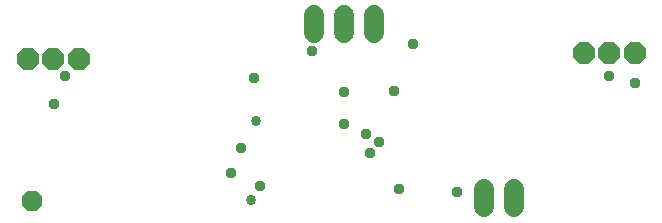
<source format=gbr>
G04 EAGLE Gerber RS-274X export*
G75*
%MOMM*%
%FSLAX34Y34*%
%LPD*%
%INSoldermask Bottom*%
%IPPOS*%
%AMOC8*
5,1,8,0,0,1.08239X$1,22.5*%
G01*
G04 Define Apertures*
%ADD10C,1.727200*%
%ADD11P,1.869504X8X22.500000*%
%ADD12P,2.034460X8X22.500000*%
%ADD13P,2.034460X8X202.500000*%
%ADD14C,0.959600*%
%ADD15C,0.859600*%
D10*
X406146Y20320D02*
X406146Y35560D01*
X431546Y35560D02*
X431546Y20320D01*
X261493Y167642D02*
X261493Y182882D01*
X286893Y182882D02*
X286893Y167642D01*
X312293Y167642D02*
X312293Y182882D01*
D11*
X23114Y25400D03*
D12*
X490220Y150876D03*
X511810Y150876D03*
X533400Y150876D03*
D13*
X62738Y146122D03*
X41148Y146122D03*
X19558Y146122D03*
D14*
X216408Y38862D03*
X287020Y118364D03*
D15*
X213106Y93218D03*
X208534Y26289D03*
D14*
X533654Y125730D03*
X383286Y33020D03*
X306324Y82296D03*
X511810Y131826D03*
X41910Y108204D03*
X200406Y70612D03*
X191262Y49784D03*
X345948Y158496D03*
X210820Y130048D03*
X333756Y35814D03*
X316687Y75489D03*
X329438Y119126D03*
X51308Y131318D03*
X287020Y91186D03*
X309626Y66040D03*
X259842Y152781D03*
M02*

</source>
